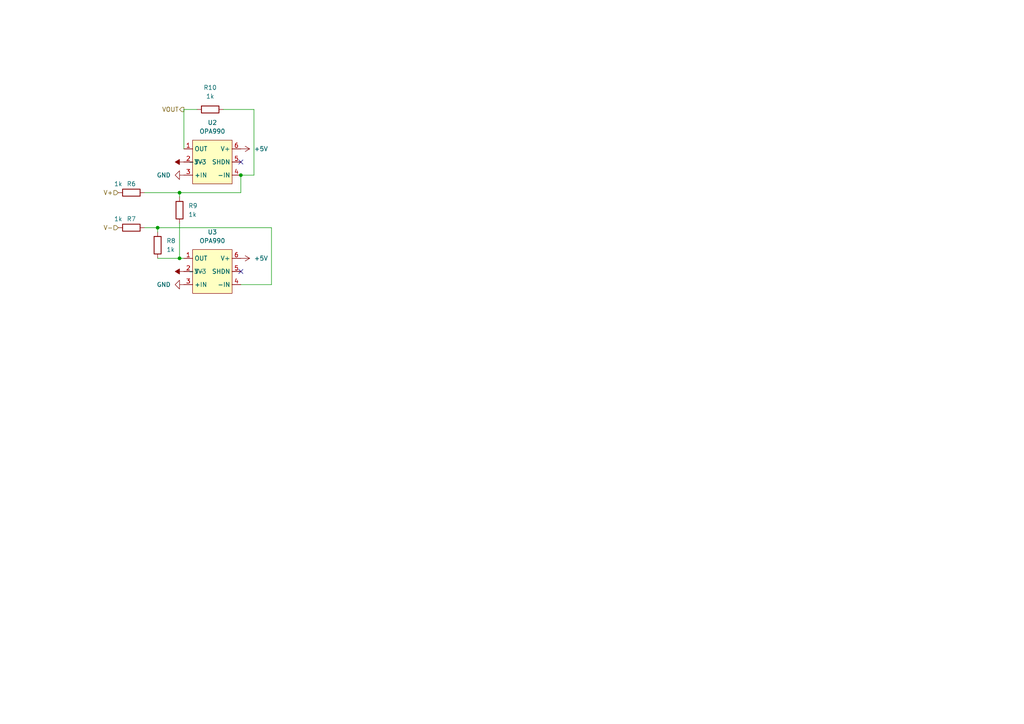
<source format=kicad_sch>
(kicad_sch (version 20211123) (generator eeschema)
  (paper "A4")
  (lib_symbols
    (symbol "Device:R" (pin_numbers hide) (pin_names (offset 0))
      (property "Reference" "R" (at 2.032 0 90))
      (property "Value" "R" (at 0 0 90))
      (symbol "R_0_1"
        (rectangle (start -1.016 -2.54) (end 1.016 2.54) (stroke (width 0.254)))
      )
      (symbol "R_1_1"
        (pin passive line (at 0 3.81 270) (length 1.27) (name "~") (number "1"))
        (pin passive line (at 0 -3.81 90) (length 1.27) (name "~") (number "2"))
      )
    )
    (symbol "power:+5V" (power) (pin_names (offset 0))
      (property "Value" "+5V" (at 0 3.556 0))
      (symbol "+5V_0_1"
        (polyline (pts (xy -0.762 1.27) (xy 0 2.54)))
        (polyline (pts (xy 0 0) (xy 0 2.54)))
        (polyline (pts (xy 0 2.54) (xy 0.762 1.27)))
      )
      (symbol "+5V_1_1"
        (pin power_in line (at 0 0 90) (length 0) hide (name "+5V") (number "1"))
      )
    )
    (symbol "power:-3V3" (power) (pin_names (offset 0))
      (property "Value" "-3V3" (at 0 3.81 0))
      (symbol "-3V3_0_0"
        (pin power_in line (at 0 0 90) (length 0) hide (name "-3V3") (number "1"))
      )
      (symbol "-3V3_0_1"
        (polyline (pts (xy 0 0) (xy 0 1.27) (xy 0.762 1.27) (xy 0 2.54) (xy -0.762 1.27) (xy 0 1.27)) (fill (type outline)))
      )
    )
    (symbol "power:GND" (power) (pin_names (offset 0))
      (property "Value" "GND" (at 0 -3.81 0))
      (symbol "GND_0_1"
        (polyline (pts (xy 0 0) (xy 0 -1.27) (xy 1.27 -1.27) (xy 0 -2.54) (xy -1.27 -1.27) (xy 0 -1.27)))
      )
      (symbol "GND_1_1"
        (pin power_in line (at 0 0 270) (length 0) hide (name "GND") (number "1"))
      )
    )
    (symbol "preamp_amplifiers:OPA990"
      (property "Reference" "U" (at 0 10.16 0))
      (property "Value" "OPA990" (at 0 7.62 0))
      (symbol "OPA990_0_1"
        (rectangle (start -6.35 5.08) (end 5.08 -7.62) (fill (type background)))
      )
      (symbol "OPA990_1_1"
        (pin output line (at -8.89 2.54 0) (length 2.54) (name "OUT") (number "1"))
        (pin power_in line (at -8.89 -1.27 0) (length 2.54) (name "V-") (number "2"))
        (pin input line (at -8.89 -5.08 0) (length 2.54) (name "+IN") (number "3"))
        (pin input line (at 7.62 -5.08 180) (length 2.54) (name "-IN") (number "4"))
        (pin input line (at 7.62 -1.27 180) (length 2.54) (name "SHDN") (number "5"))
        (pin power_in line (at 7.62 2.54 180) (length 2.54) (name "V+") (number "6"))
      )
    )
  )
  (junction (at 45.72 66.04))
  (junction (at 52.07 74.93))
  (junction (at 52.07 55.88))
  (junction (at 69.85 50.8))
  (no_connect (at 69.85 46.99))
  (no_connect (at 69.85 78.74))
  (wire (pts (xy 73.66 50.8) (xy 73.66 31.75)))
  (wire (pts (xy 69.85 55.88) (xy 69.85 50.8)))
  (wire (pts (xy 41.91 66.04) (xy 45.72 66.04)))
  (wire (pts (xy 45.72 66.04) (xy 78.74 66.04)))
  (wire (pts (xy 53.34 43.18) (xy 53.34 31.75)))
  (wire (pts (xy 52.07 57.15) (xy 52.07 55.88)))
  (wire (pts (xy 73.66 31.75) (xy 64.77 31.75)))
  (wire (pts (xy 45.72 66.04) (xy 45.72 67.31)))
  (wire (pts (xy 78.74 82.55) (xy 69.85 82.55)))
  (wire (pts (xy 45.72 74.93) (xy 52.07 74.93)))
  (wire (pts (xy 41.91 55.88) (xy 52.07 55.88)))
  (wire (pts (xy 52.07 64.77) (xy 52.07 74.93)))
  (wire (pts (xy 78.74 66.04) (xy 78.74 82.55)))
  (wire (pts (xy 52.07 74.93) (xy 53.34 74.93)))
  (wire (pts (xy 52.07 55.88) (xy 69.85 55.88)))
  (wire (pts (xy 69.85 50.8) (xy 73.66 50.8)))
  (wire (pts (xy 53.34 31.75) (xy 57.15 31.75)))
  (hierarchical_label "VOUT" (shape output) (at 53.34 31.75 180))
  (hierarchical_label "V-" (shape input) (at 34.29 66.04 180))
  (hierarchical_label "V+" (shape input) (at 34.29 55.88 180))
  (symbol (lib_id "preamp_amplifiers:OPA990") (at 62.23 77.47 0) (unit 1)
    (property "Reference" "U3" (at 61.595 67.31 0))
    (property "Value" "OPA990" (at 61.595 69.85 0))
    (property "Footprint" "Package_TO_SOT_SMD:SOT-23-6_Handsoldering" (effects hide))
  )
  (symbol (lib_id "preamp_amplifiers:OPA990") (at 62.23 45.72 0) (unit 1)
    (property "Reference" "U2" (at 61.595 35.56 0))
    (property "Value" "OPA990" (at 61.595 38.1 0))
    (property "Footprint" "Package_TO_SOT_SMD:SOT-23-6_Handsoldering" (effects hide))
  )
  (symbol (lib_id "power:GND") (at 53.34 82.55 270) (unit 1)
    (property "Reference" "#PWR0122" (effects hide))
    (property "Value" "GND" (at 49.53 82.5499 90) (effects (justify right)))
  )
  (symbol (lib_id "power:-3V3") (at 53.34 46.99 90) (unit 1)
    (property "Reference" "#PWR0119" (effects hide))
    (property "Value" "-3V3" (at 54.61 46.9899 90) (effects (justify right)))
  )
  (symbol (lib_id "Device:R") (at 45.72 71.12 0) (unit 1)
    (property "Reference" "R8" (at 48.26 69.8499 0) (effects (justify left)))
    (property "Value" "1k" (at 48.26 72.3899 0) (effects (justify left)))
    (property "Footprint" "Resistor_SMD:R_0805_2012Metric_Pad1.20x1.40mm_HandSolder" (effects hide))
  )
  (symbol (lib_id "power:+5V") (at 69.85 43.18 270) (unit 1)
    (property "Reference" "#PWR0117" (effects hide))
    (property "Value" "+5V" (at 73.66 43.1799 90) (effects (justify left)))
  )
  (symbol (lib_id "Device:R") (at 52.07 60.96 0) (unit 1)
    (property "Reference" "R9" (at 54.61 59.6899 0) (effects (justify left)))
    (property "Value" "1k" (at 54.61 62.2299 0) (effects (justify left)))
    (property "Footprint" "Resistor_SMD:R_0805_2012Metric_Pad1.20x1.40mm_HandSolder" (effects hide))
  )
  (symbol (lib_id "power:+5V") (at 69.85 74.93 270) (unit 1)
    (property "Reference" "#PWR0121" (effects hide))
    (property "Value" "+5V" (at 73.66 74.9299 90) (effects (justify left)))
  )
  (symbol (lib_id "power:-3V3") (at 53.34 78.74 90) (unit 1)
    (property "Reference" "#PWR0120" (effects hide))
    (property "Value" "-3V3" (at 54.61 78.7399 90) (effects (justify right)))
  )
  (symbol (lib_id "Device:R") (at 38.1 66.04 90) (unit 1)
    (property "Reference" "R7" (at 38.1 63.5 90))
    (property "Value" "1k" (at 34.29 63.5 90))
    (property "Footprint" "Resistor_SMD:R_0805_2012Metric_Pad1.20x1.40mm_HandSolder" (effects hide))
  )
  (symbol (lib_id "Device:R") (at 38.1 55.88 90) (unit 1)
    (property "Reference" "R6" (at 38.1 53.34 90))
    (property "Value" "1k" (at 34.29 53.34 90))
    (property "Footprint" "Resistor_SMD:R_0805_2012Metric_Pad1.20x1.40mm_HandSolder" (effects hide))
  )
  (symbol (lib_id "power:GND") (at 53.34 50.8 270) (unit 1)
    (property "Reference" "#PWR0118" (effects hide))
    (property "Value" "GND" (at 49.53 50.7999 90) (effects (justify right)))
  )
  (symbol (lib_id "Device:R") (at 60.96 31.75 90) (unit 1)
    (property "Reference" "R10" (at 60.96 25.4 90))
    (property "Value" "1k" (at 60.96 27.94 90))
    (property "Footprint" "Resistor_SMD:R_0805_2012Metric_Pad1.20x1.40mm_HandSolder" (effects hide))
  )
)
</source>
